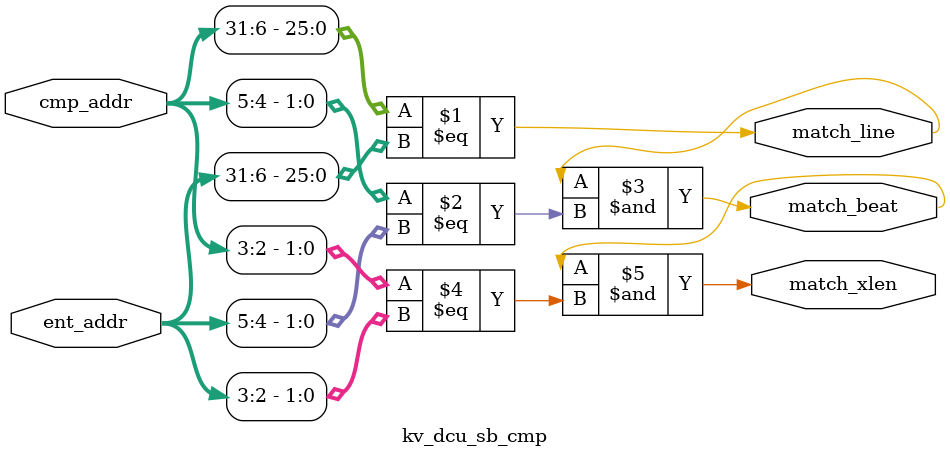
<source format=v>

module kv_dcu_sb_cmp (
    cmp_addr,
    ent_addr,
    match_line,
    match_beat,
    match_xlen
);
parameter PALEN = 32;
localparam IDX_LSB = 6;
localparam GRN_LSB = 2;
input [PALEN - 1:0] cmp_addr;
input [PALEN - 1:0] ent_addr;
output match_line;
output match_beat;
output match_xlen;


assign match_line = (cmp_addr[PALEN - 1:IDX_LSB] == ent_addr[PALEN - 1:IDX_LSB]);
assign match_beat = match_line & (cmp_addr[IDX_LSB - 1:GRN_LSB + 2] == ent_addr[IDX_LSB - 1:GRN_LSB + 2]);
assign match_xlen = match_beat & (cmp_addr[GRN_LSB +:2] == ent_addr[GRN_LSB +:2]);
endmodule


</source>
